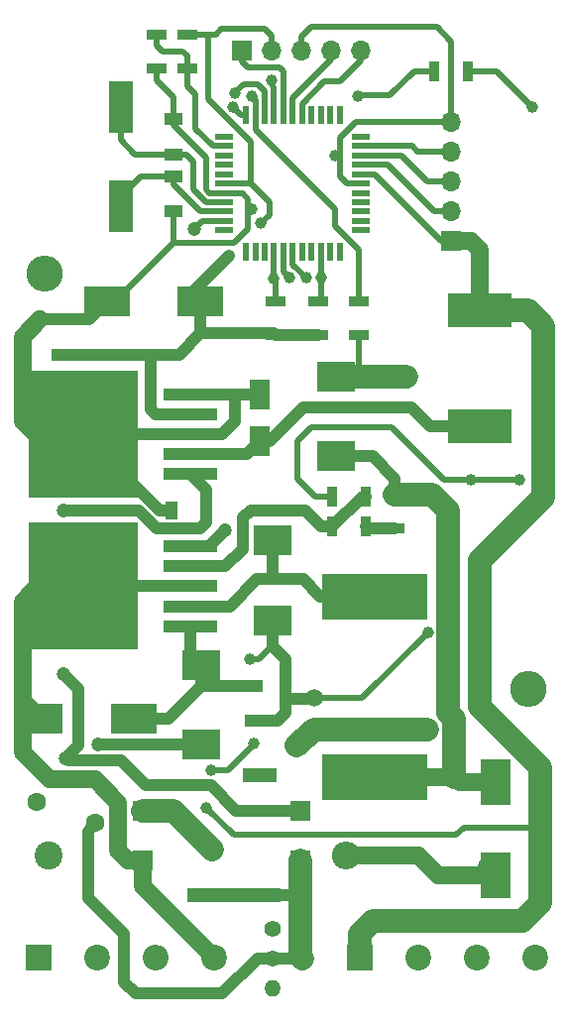
<source format=gbr>
G04 #@! TF.FileFunction,Copper,L1,Top,Signal*
%FSLAX46Y46*%
G04 Gerber Fmt 4.6, Leading zero omitted, Abs format (unit mm)*
G04 Created by KiCad (PCBNEW 4.0.6) date 08/22/19 22:43:37*
%MOMM*%
%LPD*%
G01*
G04 APERTURE LIST*
%ADD10C,0.100000*%
%ADD11R,1.600000X1.000000*%
%ADD12R,1.000000X1.600000*%
%ADD13R,1.800000X2.500000*%
%ADD14R,3.300000X2.500000*%
%ADD15R,1.800000X1.800000*%
%ADD16R,8.000000X1.200000*%
%ADD17R,3.000000X1.200000*%
%ADD18R,1.700000X1.700000*%
%ADD19O,1.700000X1.700000*%
%ADD20R,5.400000X2.900000*%
%ADD21C,2.400000*%
%ADD22O,2.400000X2.400000*%
%ADD23R,1.700000X0.900000*%
%ADD24R,0.900000X1.700000*%
%ADD25R,1.600000X0.560000*%
%ADD26R,0.560000X1.600000*%
%ADD27R,4.600000X1.100000*%
%ADD28R,9.400000X10.800000*%
%ADD29C,1.600000*%
%ADD30R,4.000000X2.500000*%
%ADD31R,2.500000X4.000000*%
%ADD32R,2.200000X2.200000*%
%ADD33C,2.200000*%
%ADD34O,2.200000X2.200000*%
%ADD35R,9.000000X3.980000*%
%ADD36O,1.400000X1.400000*%
%ADD37C,1.400000*%
%ADD38O,3.100000X3.100000*%
%ADD39R,2.000000X4.500000*%
%ADD40C,1.000000*%
%ADD41C,1.500000*%
%ADD42C,1.200000*%
%ADD43C,0.500000*%
%ADD44C,1.500000*%
%ADD45C,1.000000*%
%ADD46C,2.000000*%
%ADD47C,0.250000*%
G04 APERTURE END LIST*
D10*
D11*
X162211000Y-58375000D03*
X162211000Y-55375000D03*
X162211000Y-60275000D03*
X162211000Y-63275000D03*
D12*
X165011000Y-88775000D03*
X162011000Y-88775000D03*
D11*
X152611000Y-75475000D03*
X152611000Y-72475000D03*
X169061000Y-103775000D03*
X169061000Y-106775000D03*
D13*
X169611000Y-82875000D03*
X169611000Y-78875000D03*
D14*
X164611000Y-101975000D03*
X164611000Y-108775000D03*
X170711000Y-91375000D03*
X170711000Y-98175000D03*
X176111000Y-77375000D03*
X176111000Y-84175000D03*
D15*
X159611000Y-114425000D03*
X159611000Y-118725000D03*
X173100000Y-114425000D03*
X173100000Y-118725000D03*
D16*
X167361000Y-121625000D03*
D17*
X169611000Y-111425000D03*
D18*
X185961000Y-65775000D03*
D19*
X185961000Y-63235000D03*
X185961000Y-60695000D03*
X185961000Y-58155000D03*
X185961000Y-55615000D03*
D18*
X168061000Y-49525000D03*
D19*
X170601000Y-49525000D03*
X173141000Y-49525000D03*
X175681000Y-49525000D03*
X178221000Y-49525000D03*
D20*
X188361000Y-71725000D03*
X188361000Y-81625000D03*
D21*
X151561000Y-118225000D03*
D22*
X176961000Y-118225000D03*
D23*
X170961000Y-73825000D03*
X170961000Y-70925000D03*
X174561000Y-73825000D03*
X174561000Y-70925000D03*
X163411000Y-51025000D03*
X163411000Y-48125000D03*
X160811000Y-48125000D03*
X160811000Y-51025000D03*
X178061000Y-73825000D03*
X178061000Y-70925000D03*
D24*
X184461000Y-51275000D03*
X187361000Y-51275000D03*
X178661000Y-87575000D03*
X175761000Y-87575000D03*
X175761000Y-90175000D03*
X178661000Y-90175000D03*
D23*
X181111000Y-90325000D03*
X181111000Y-87425000D03*
D25*
X178261000Y-64875000D03*
X178261000Y-64075000D03*
X178261000Y-63275000D03*
X178261000Y-62475000D03*
X178261000Y-61675000D03*
X178261000Y-60875000D03*
X178261000Y-60075000D03*
X178261000Y-59275000D03*
X178261000Y-58475000D03*
X178261000Y-57675000D03*
X178261000Y-56875000D03*
D26*
X176411000Y-55025000D03*
X175611000Y-55025000D03*
X174811000Y-55025000D03*
X174011000Y-55025000D03*
X173211000Y-55025000D03*
X172411000Y-55025000D03*
X171611000Y-55025000D03*
X170811000Y-55025000D03*
X170011000Y-55025000D03*
X169211000Y-55025000D03*
X168411000Y-55025000D03*
D25*
X166561000Y-56875000D03*
X166561000Y-57675000D03*
X166561000Y-58475000D03*
X166561000Y-59275000D03*
X166561000Y-60075000D03*
X166561000Y-60875000D03*
X166561000Y-61675000D03*
X166561000Y-62475000D03*
X166561000Y-63275000D03*
X166561000Y-64075000D03*
X166561000Y-64875000D03*
D26*
X168411000Y-66725000D03*
X169211000Y-66725000D03*
X170011000Y-66725000D03*
X170811000Y-66725000D03*
X171611000Y-66725000D03*
X172411000Y-66725000D03*
X173211000Y-66725000D03*
X174011000Y-66725000D03*
X174811000Y-66725000D03*
X175611000Y-66725000D03*
X176411000Y-66725000D03*
D27*
X163686000Y-85675000D03*
X163686000Y-83975000D03*
X163686000Y-82275000D03*
X163686000Y-80575000D03*
X163686000Y-78875000D03*
D28*
X154536000Y-82275000D03*
D27*
X163686000Y-98675000D03*
X163686000Y-96975000D03*
X163686000Y-95275000D03*
X163686000Y-93575000D03*
X163686000Y-91875000D03*
D28*
X154536000Y-95275000D03*
D29*
X150511000Y-113675000D03*
X155511000Y-115475000D03*
D30*
X164511000Y-70975000D03*
X156511000Y-70975000D03*
X158811000Y-106575000D03*
X150811000Y-106575000D03*
D31*
X189761000Y-111975000D03*
X189761000Y-119975000D03*
D32*
X150711000Y-127025000D03*
D33*
X155711000Y-127025000D03*
X193111000Y-127025000D03*
X188111000Y-127025000D03*
D32*
X178111000Y-127025000D03*
D33*
X183111000Y-127025000D03*
D34*
X160711000Y-127025000D03*
D33*
X165711000Y-127025000D03*
D35*
X179411000Y-96145000D03*
X179411000Y-111605000D03*
D36*
X170711000Y-129575000D03*
D37*
X170711000Y-127035000D03*
X170711000Y-124495000D03*
D38*
X192511000Y-104075000D03*
X151211000Y-68575000D03*
D39*
X157711000Y-54325000D03*
X157711000Y-62825000D03*
D40*
X183961000Y-99175000D03*
X187611000Y-86175000D03*
X191811000Y-86175000D03*
X192911000Y-54375000D03*
D41*
X174211000Y-104825000D03*
D40*
X168711000Y-101475000D03*
D42*
X173261000Y-127075000D03*
D40*
X176011000Y-58475000D03*
X168911000Y-63075000D03*
D42*
X152861000Y-88775000D03*
X152861000Y-102775000D03*
X153011000Y-109975000D03*
D40*
X165011000Y-114175000D03*
X166961000Y-67075000D03*
X169711000Y-64275000D03*
D42*
X155761000Y-108775000D03*
D41*
X182111000Y-77375000D03*
X183911000Y-107475000D03*
X172761000Y-108875000D03*
X165561000Y-117725000D03*
D40*
X170761000Y-69025000D03*
X174811000Y-68875000D03*
X167511000Y-53125000D03*
X165411000Y-111025000D03*
X169111000Y-108725000D03*
X173561000Y-68925000D03*
X172111000Y-68925000D03*
X178011000Y-53425000D03*
X168911000Y-53425000D03*
X170611000Y-52025000D03*
X167311000Y-54375000D03*
D42*
X166611000Y-90525000D03*
X164011000Y-64725000D03*
D43*
X175761000Y-87575000D02*
X174311000Y-87575000D01*
X185311000Y-86175000D02*
X187611000Y-86175000D01*
X180811000Y-81675000D02*
X185311000Y-86175000D01*
X174011000Y-81675000D02*
X180811000Y-81675000D01*
X172811000Y-82875000D02*
X174011000Y-81675000D01*
X172811000Y-86075000D02*
X172811000Y-82875000D01*
X174311000Y-87575000D02*
X172811000Y-86075000D01*
X187361000Y-51275000D02*
X189811000Y-51275000D01*
X178311000Y-104825000D02*
X174211000Y-104825000D01*
X183961000Y-99175000D02*
X178311000Y-104825000D01*
X191811000Y-86175000D02*
X187611000Y-86175000D01*
X189811000Y-51275000D02*
X192911000Y-54375000D01*
D44*
X176961000Y-118225000D02*
X183111000Y-118225000D01*
X184861000Y-119975000D02*
X189761000Y-119975000D01*
X183111000Y-118225000D02*
X184861000Y-119975000D01*
D45*
X171811000Y-104875000D02*
X174161000Y-104875000D01*
X174161000Y-104875000D02*
X174211000Y-104825000D01*
X170711000Y-98175000D02*
X170711000Y-100375000D01*
X171111000Y-106775000D02*
X169061000Y-106775000D01*
X171811000Y-106075000D02*
X171111000Y-106775000D01*
X171811000Y-101475000D02*
X171811000Y-104875000D01*
X171811000Y-104875000D02*
X171811000Y-106075000D01*
X170711000Y-100375000D02*
X171811000Y-101475000D01*
D43*
X168711000Y-101475000D02*
X169511000Y-101475000D01*
X170711000Y-100275000D02*
X170711000Y-98175000D01*
X169511000Y-101475000D02*
X170711000Y-100275000D01*
D44*
X149311000Y-105075000D02*
X149311000Y-109475000D01*
X158361000Y-118725000D02*
X159611000Y-118725000D01*
X157511000Y-117875000D02*
X158361000Y-118725000D01*
X157511000Y-113775000D02*
X157511000Y-117875000D01*
X155511000Y-111775000D02*
X157511000Y-113775000D01*
X151611000Y-111775000D02*
X155511000Y-111775000D01*
X149311000Y-109475000D02*
X151611000Y-111775000D01*
X154536000Y-95275000D02*
X150611000Y-95275000D01*
X150611000Y-95275000D02*
X149311000Y-96575000D01*
X149311000Y-105075000D02*
X150811000Y-106575000D01*
X149311000Y-96575000D02*
X149311000Y-105075000D01*
D45*
X163686000Y-95275000D02*
X154536000Y-95275000D01*
D44*
X159611000Y-118725000D02*
X159611000Y-120925000D01*
X159611000Y-120925000D02*
X165711000Y-127025000D01*
X188961000Y-119175000D02*
X189761000Y-119975000D01*
D43*
X162211000Y-58375000D02*
X158911000Y-58375000D01*
X157711000Y-57175000D02*
X157711000Y-54325000D01*
X158911000Y-58375000D02*
X157711000Y-57175000D01*
X166561000Y-62475000D02*
X165011000Y-62475000D01*
X163311000Y-58375000D02*
X162211000Y-58375000D01*
X163911000Y-58975000D02*
X163311000Y-58375000D01*
X163911000Y-61375000D02*
X163911000Y-58975000D01*
X165011000Y-62475000D02*
X163911000Y-61375000D01*
D45*
X167361000Y-121625000D02*
X173100000Y-121625000D01*
D46*
X173100000Y-118725000D02*
X173100000Y-121625000D01*
X173100000Y-121625000D02*
X173100000Y-126914000D01*
X173100000Y-126914000D02*
X173261000Y-127075000D01*
D45*
X173261000Y-127075000D02*
X173221000Y-127035000D01*
X173221000Y-127035000D02*
X170711000Y-127035000D01*
X162011000Y-88775000D02*
X161036000Y-88775000D01*
X161036000Y-88775000D02*
X154536000Y-82275000D01*
X163686000Y-82275000D02*
X166411000Y-82275000D01*
X167511000Y-81175000D02*
X167511000Y-78875000D01*
X166411000Y-82275000D02*
X167511000Y-81175000D01*
X163686000Y-78875000D02*
X167511000Y-78875000D01*
X167511000Y-78875000D02*
X169611000Y-78875000D01*
D43*
X178261000Y-60875000D02*
X177011000Y-60875000D01*
X176411000Y-60275000D02*
X176411000Y-58475000D01*
X177011000Y-60875000D02*
X176411000Y-60275000D01*
D47*
X168611000Y-63075000D02*
X168911000Y-63075000D01*
X176011000Y-58475000D02*
X176411000Y-58475000D01*
D43*
X168611000Y-62175000D02*
X168611000Y-63075000D01*
X168611000Y-63075000D02*
X168611000Y-64775000D01*
X168111000Y-61675000D02*
X168611000Y-62175000D01*
X168611000Y-64775000D02*
X167411000Y-65975000D01*
X167411000Y-65975000D02*
X165111000Y-65975000D01*
X166561000Y-61675000D02*
X168111000Y-61675000D01*
X165111000Y-65975000D02*
X162211000Y-65975000D01*
D45*
X154536000Y-82275000D02*
X163686000Y-82275000D01*
X152611000Y-72475000D02*
X150811000Y-72475000D01*
D44*
X149311000Y-81175000D02*
X150411000Y-82275000D01*
X149311000Y-73975000D02*
X149311000Y-81175000D01*
X150811000Y-72475000D02*
X149311000Y-73975000D01*
X150411000Y-82275000D02*
X154536000Y-82275000D01*
D45*
X152611000Y-72475000D02*
X155011000Y-72475000D01*
X155011000Y-72475000D02*
X156511000Y-70975000D01*
D43*
X162211000Y-63275000D02*
X162211000Y-65975000D01*
X162211000Y-65975000D02*
X157211000Y-70975000D01*
X157211000Y-70975000D02*
X156511000Y-70975000D01*
X177771000Y-55615000D02*
X185961000Y-55615000D01*
X176411000Y-58475000D02*
X176411000Y-56975000D01*
X176411000Y-56975000D02*
X177771000Y-55615000D01*
X162211000Y-55375000D02*
X162211000Y-55875000D01*
X162211000Y-55875000D02*
X165011000Y-58675000D01*
X165311000Y-61675000D02*
X166561000Y-61675000D01*
X165011000Y-61375000D02*
X165311000Y-61675000D01*
X165011000Y-58675000D02*
X165011000Y-61375000D01*
X160811000Y-51025000D02*
X160811000Y-52075000D01*
X162211000Y-53475000D02*
X162211000Y-55375000D01*
X160811000Y-52075000D02*
X162211000Y-53475000D01*
X173141000Y-49525000D02*
X173141000Y-48345000D01*
X185961000Y-48725000D02*
X185961000Y-55615000D01*
X184711000Y-47475000D02*
X185961000Y-48725000D01*
X174011000Y-47475000D02*
X184711000Y-47475000D01*
X173141000Y-48345000D02*
X174011000Y-47475000D01*
D45*
X155511000Y-115475000D02*
X154911000Y-116225000D01*
X154911000Y-116225000D02*
X154911000Y-121875000D01*
X154911000Y-121875000D02*
X158011000Y-124975000D01*
X158011000Y-124975000D02*
X158011000Y-129075000D01*
X158011000Y-129075000D02*
X159011000Y-130075000D01*
X159011000Y-130075000D02*
X166411000Y-130075000D01*
X166411000Y-130075000D02*
X169451000Y-127035000D01*
X169451000Y-127035000D02*
X170711000Y-127035000D01*
D43*
X162211000Y-60275000D02*
X162211000Y-60975000D01*
X164511000Y-63275000D02*
X166561000Y-63275000D01*
X162211000Y-60975000D02*
X164511000Y-63275000D01*
X157711000Y-62825000D02*
X157711000Y-61975000D01*
X157711000Y-61975000D02*
X159411000Y-60275000D01*
X159411000Y-60275000D02*
X162211000Y-60275000D01*
D45*
X153011000Y-109975000D02*
X154111000Y-108875000D01*
X165011000Y-89825000D02*
X165011000Y-88775000D01*
X164511000Y-90325000D02*
X165011000Y-89825000D01*
X160811000Y-90325000D02*
X164511000Y-90325000D01*
X159247030Y-88761030D02*
X160811000Y-90325000D01*
X152874970Y-88761030D02*
X159247030Y-88761030D01*
X152861000Y-88775000D02*
X152874970Y-88761030D01*
X154111000Y-104025000D02*
X152861000Y-102775000D01*
X154111000Y-108875000D02*
X154111000Y-104025000D01*
X167561000Y-114425000D02*
X173100000Y-114425000D01*
X165411000Y-112275000D02*
X167561000Y-114425000D01*
X159861000Y-112275000D02*
X165411000Y-112275000D01*
X157761000Y-110175000D02*
X159861000Y-112275000D01*
X153211000Y-110175000D02*
X157761000Y-110175000D01*
D43*
X153011000Y-109975000D02*
X153211000Y-110175000D01*
D45*
X165011000Y-88775000D02*
X165011000Y-87000000D01*
X165011000Y-87000000D02*
X163686000Y-85675000D01*
X163686000Y-80575000D02*
X160711000Y-80575000D01*
X160311000Y-80175000D02*
X160311000Y-75475000D01*
X160711000Y-80575000D02*
X160311000Y-80175000D01*
D43*
X187011000Y-115875000D02*
X193561000Y-115875000D01*
X186361000Y-116525000D02*
X187011000Y-115875000D01*
X167361000Y-116525000D02*
X186361000Y-116525000D01*
X165011000Y-114175000D02*
X167361000Y-116525000D01*
D46*
X178111000Y-127025000D02*
X178111000Y-124975000D01*
X178111000Y-124975000D02*
X179211000Y-123875000D01*
X179211000Y-123875000D02*
X192011000Y-123875000D01*
X192011000Y-123875000D02*
X193561000Y-122325000D01*
X193561000Y-122325000D02*
X193561000Y-115875000D01*
X192511000Y-71725000D02*
X188361000Y-71725000D01*
X193561000Y-115875000D02*
X193561000Y-110725000D01*
X193561000Y-110725000D02*
X188411000Y-105575000D01*
X188411000Y-105575000D02*
X188411000Y-93075000D01*
X188411000Y-93075000D02*
X193811000Y-87675000D01*
X193811000Y-87675000D02*
X193811000Y-73025000D01*
X193811000Y-73025000D02*
X192511000Y-71725000D01*
D45*
X164511000Y-73675000D02*
X170811000Y-73675000D01*
X170811000Y-73675000D02*
X170961000Y-73825000D01*
X170961000Y-73825000D02*
X174561000Y-73825000D01*
X152611000Y-75475000D02*
X160311000Y-75475000D01*
X160311000Y-75475000D02*
X162711000Y-75475000D01*
X164511000Y-73675000D02*
X164511000Y-70975000D01*
X162711000Y-75475000D02*
X164511000Y-73675000D01*
X164011000Y-69975000D02*
X164511000Y-70975000D01*
X166961000Y-67075000D02*
X164011000Y-69975000D01*
D43*
X170411000Y-63575000D02*
X169711000Y-64275000D01*
X170411000Y-62475000D02*
X170411000Y-63575000D01*
X168811000Y-60875000D02*
X170411000Y-62475000D01*
D44*
X185961000Y-65775000D02*
X187611000Y-65775000D01*
X187611000Y-65775000D02*
X188361000Y-66525000D01*
X188361000Y-66525000D02*
X188361000Y-71725000D01*
D43*
X178261000Y-60075000D02*
X179411000Y-60075000D01*
X179411000Y-60075000D02*
X185111000Y-65775000D01*
X185111000Y-65775000D02*
X185961000Y-65775000D01*
X166561000Y-60875000D02*
X168811000Y-60875000D01*
X165211000Y-53675000D02*
X168811000Y-57275000D01*
X168811000Y-57275000D02*
X168811000Y-60875000D01*
X165211000Y-53675000D02*
X165211000Y-48125000D01*
X163411000Y-48125000D02*
X165211000Y-48125000D01*
X165211000Y-48125000D02*
X165861000Y-48125000D01*
X170601000Y-48265000D02*
X170601000Y-49525000D01*
X170011000Y-47675000D02*
X170601000Y-48265000D01*
X166311000Y-47675000D02*
X170011000Y-47675000D01*
X165861000Y-48125000D02*
X166311000Y-47675000D01*
D45*
X163686000Y-98675000D02*
X163686000Y-101050000D01*
X163686000Y-101050000D02*
X164611000Y-101975000D01*
X158811000Y-106575000D02*
X161811000Y-106575000D01*
X161811000Y-106575000D02*
X164611000Y-103775000D01*
X164611000Y-101975000D02*
X164611000Y-103775000D01*
X164611000Y-103775000D02*
X169061000Y-103775000D01*
X155761000Y-108775000D02*
X164611000Y-108775000D01*
D43*
X168061000Y-49525000D02*
X168061000Y-50425000D01*
X168061000Y-50425000D02*
X168611000Y-50975000D01*
X171611000Y-51325000D02*
X171611000Y-55025000D01*
X171261000Y-50975000D02*
X171611000Y-51325000D01*
X168611000Y-50975000D02*
X171261000Y-50975000D01*
D45*
X169611000Y-82875000D02*
X170461000Y-82875000D01*
X170461000Y-82875000D02*
X173311000Y-80025000D01*
X184161000Y-81625000D02*
X188361000Y-81625000D01*
X182561000Y-80025000D02*
X184161000Y-81625000D01*
X173311000Y-80025000D02*
X182561000Y-80025000D01*
X163686000Y-83975000D02*
X168511000Y-83975000D01*
X168511000Y-83975000D02*
X169611000Y-82875000D01*
X170711000Y-91375000D02*
X170711000Y-94675000D01*
X163686000Y-96975000D02*
X167011000Y-96975000D01*
X174781000Y-96145000D02*
X179411000Y-96145000D01*
X173311000Y-94675000D02*
X174781000Y-96145000D01*
X169311000Y-94675000D02*
X170711000Y-94675000D01*
X170711000Y-94675000D02*
X173311000Y-94675000D01*
X167011000Y-96975000D02*
X169311000Y-94675000D01*
X179241000Y-95975000D02*
X179411000Y-96145000D01*
D43*
X178061000Y-73825000D02*
X178061000Y-77375000D01*
D46*
X176111000Y-77375000D02*
X178061000Y-77375000D01*
X178061000Y-77375000D02*
X182111000Y-77375000D01*
X174211000Y-107475000D02*
X183911000Y-107475000D01*
X172761000Y-108875000D02*
X174211000Y-107475000D01*
X159611000Y-114425000D02*
X162261000Y-114425000D01*
X162261000Y-114425000D02*
X165561000Y-117725000D01*
X186211000Y-111605000D02*
X186211000Y-106575000D01*
X184311000Y-87425000D02*
X181111000Y-87425000D01*
X185711000Y-88825000D02*
X184311000Y-87425000D01*
X185711000Y-106075000D02*
X185711000Y-88825000D01*
X186211000Y-106575000D02*
X185711000Y-106075000D01*
D44*
X179411000Y-111605000D02*
X186211000Y-111605000D01*
X186211000Y-111605000D02*
X186341000Y-111605000D01*
X186711000Y-111975000D02*
X189761000Y-111975000D01*
X186341000Y-111605000D02*
X186711000Y-111975000D01*
D45*
X176111000Y-84175000D02*
X179211000Y-84175000D01*
X179211000Y-84175000D02*
X181111000Y-86075000D01*
X181111000Y-86075000D02*
X181111000Y-87425000D01*
D43*
X170961000Y-69225000D02*
X170761000Y-69025000D01*
X170961000Y-70925000D02*
X170961000Y-69225000D01*
X170811000Y-66725000D02*
X170811000Y-68975000D01*
X170811000Y-68975000D02*
X170761000Y-69025000D01*
X174811000Y-68875000D02*
X174811000Y-70675000D01*
X174811000Y-70675000D02*
X174561000Y-70925000D01*
X174811000Y-66725000D02*
X174811000Y-68875000D01*
X185961000Y-63235000D02*
X184471000Y-63235000D01*
X180511000Y-59275000D02*
X178261000Y-59275000D01*
X184471000Y-63235000D02*
X180511000Y-59275000D01*
X178261000Y-58475000D02*
X181711000Y-58475000D01*
X183931000Y-60695000D02*
X185961000Y-60695000D01*
X181711000Y-58475000D02*
X183931000Y-60695000D01*
X185961000Y-58155000D02*
X183091000Y-58155000D01*
X182611000Y-57675000D02*
X178261000Y-57675000D01*
X183091000Y-58155000D02*
X182611000Y-57675000D01*
X172411000Y-55025000D02*
X172411000Y-53575000D01*
X172411000Y-53575000D02*
X175681000Y-50305000D01*
X175681000Y-50305000D02*
X175681000Y-49525000D01*
X173211000Y-55025000D02*
X173211000Y-54075000D01*
X176411000Y-52175000D02*
X178221000Y-50365000D01*
X175111000Y-52175000D02*
X176411000Y-52175000D01*
X173211000Y-54075000D02*
X175111000Y-52175000D01*
X178221000Y-50365000D02*
X178221000Y-49525000D01*
X167511000Y-53125000D02*
X167511000Y-53075000D01*
X165411000Y-111025000D02*
X166861000Y-111025000D01*
X166861000Y-111025000D02*
X169111000Y-108775000D01*
X169111000Y-108775000D02*
X169111000Y-108725000D01*
X170011000Y-52975000D02*
X170011000Y-55025000D01*
X169411000Y-52375000D02*
X170011000Y-52975000D01*
X168211000Y-52375000D02*
X169411000Y-52375000D01*
X167511000Y-53075000D02*
X168211000Y-52375000D01*
X166561000Y-57675000D02*
X165611000Y-57675000D01*
X163411000Y-52575000D02*
X163411000Y-51025000D01*
X164111000Y-53275000D02*
X163411000Y-52575000D01*
X164111000Y-56175000D02*
X164111000Y-53275000D01*
X165611000Y-57675000D02*
X164111000Y-56175000D01*
X160811000Y-48125000D02*
X160811000Y-49075000D01*
X163411000Y-49975000D02*
X163411000Y-51025000D01*
X163011000Y-49575000D02*
X163411000Y-49975000D01*
X161311000Y-49575000D02*
X163011000Y-49575000D01*
X160811000Y-49075000D02*
X161311000Y-49575000D01*
X172411000Y-67775000D02*
X173561000Y-68925000D01*
X172411000Y-67775000D02*
X172411000Y-66725000D01*
X171611000Y-68425000D02*
X172111000Y-68925000D01*
X171611000Y-66725000D02*
X171611000Y-68425000D01*
X168911000Y-53425000D02*
X168911000Y-53425002D01*
X184461000Y-51275000D02*
X182761000Y-51275000D01*
X180663172Y-53327220D02*
X182761000Y-51275000D01*
X178111000Y-53325000D02*
X180663172Y-53327220D01*
X178011000Y-53425000D02*
X178111000Y-53325000D01*
X169211000Y-53725002D02*
X169211000Y-55025000D01*
X168911000Y-53425002D02*
X169211000Y-53725002D01*
X169211000Y-55025000D02*
X169211000Y-56275000D01*
X178061000Y-66525000D02*
X178061000Y-70925000D01*
X176011000Y-64475000D02*
X178061000Y-66525000D01*
X176011000Y-63075000D02*
X176011000Y-64475000D01*
X169211000Y-56275000D02*
X176011000Y-63075000D01*
D45*
X175761000Y-90175000D02*
X174861000Y-90175000D01*
X166661000Y-93575000D02*
X163686000Y-93575000D01*
X168161000Y-92075000D02*
X166661000Y-93575000D01*
X168161000Y-89425000D02*
X168161000Y-92075000D01*
X168811000Y-88775000D02*
X168161000Y-89425000D01*
X173461000Y-88775000D02*
X168811000Y-88775000D01*
X174861000Y-90175000D02*
X173461000Y-88775000D01*
X178661000Y-87575000D02*
X178361000Y-87575000D01*
X178361000Y-87575000D02*
X175761000Y-90175000D01*
X181111000Y-90325000D02*
X178811000Y-90325000D01*
X178811000Y-90325000D02*
X178661000Y-90175000D01*
D43*
X170811000Y-55025000D02*
X170811000Y-52825000D01*
X170811000Y-52825000D02*
X170611000Y-52025000D01*
X168411000Y-55025000D02*
X167961000Y-55025000D01*
X167961000Y-55025000D02*
X167311000Y-54375000D01*
D45*
X163686000Y-91875000D02*
X165261000Y-91875000D01*
X165261000Y-91875000D02*
X166611000Y-90525000D01*
D43*
X164011000Y-64725000D02*
X164661000Y-64075000D01*
X164661000Y-64075000D02*
X166561000Y-64075000D01*
M02*

</source>
